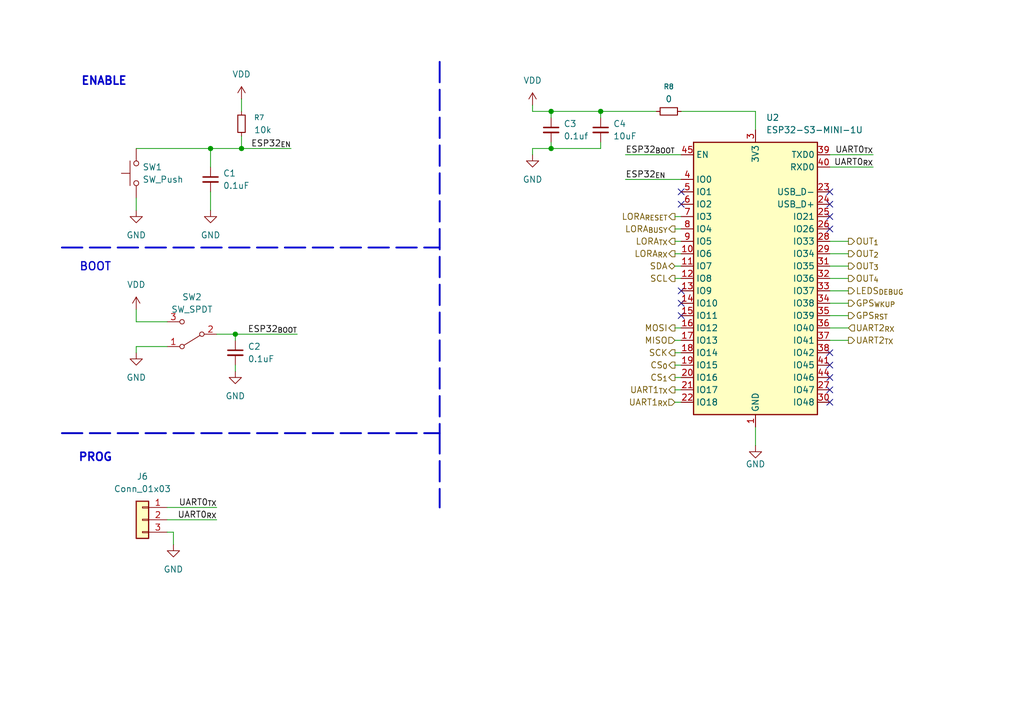
<source format=kicad_sch>
(kicad_sch (version 20250114) (generator "eeschema") (generator_version "9.0")
  (paper "A5")
  (lib_symbols
    (symbol "CompVuelo:SW_Push" (pin_numbers (hide yes)) (pin_names (offset 1.016) (hide yes))
      (property "Reference" "SW" (at 1.27 2.54 0))
      (property "Value" "SW_Push" (at 0 -1.524 0))
      (symbol "SW_Push_0_1"
        (circle (center -2.032 0) (radius 0.508))
        (polyline (pts (xy 0 1.27) (xy 0 3.048)))
        (circle (center 2.032 0) (radius 0.508))
        (polyline (pts (xy 2.54 1.27) (xy -2.54 1.27)))
        (pin passive line (at -5.08 0 0) (length 2.54) (name "1") (number "1"))
        (pin passive line (at 5.08 0 180) (length 2.54) (name "2") (number "2"))
      )
    )
    (symbol "CompVuelo:SW_SPDT"
      (property "Reference" "SW" (at 0 1.778 0))
      (property "Value" "SW_SPDT" (at 0 0 0))
      (symbol "SW_SPDT_0_1"
        (circle (center -2.032 -5.08) (radius 0.4572))
        (polyline (pts (xy -1.651 -4.826) (xy 1.651 -2.794)))
        (circle (center 2.032 -2.54) (radius 0.4572))
        (circle (center 2.032 -7.62) (radius 0.4572))
      )
      (symbol "SW_SPDT_1_1"
        (pin passive line (at -5.08 -5.08 0) (length 2.54) (name "") (number "2"))
        (pin passive line (at 5.08 -2.54 180) (length 2.54) (name "") (number "1"))
        (pin passive line (at 5.08 -7.62 180) (length 2.54) (name "") (number "3"))
      )
    )
    (symbol "Connector_Generic:Conn_01x03" (pin_names (offset 1.016) (hide yes))
      (property "Reference" "J" (at 0 5.08 0))
      (property "Value" "Conn_01x03" (at 0 -5.08 0))
      (symbol "Conn_01x03_1_1"
        (rectangle (start -1.27 3.81) (end 1.27 -3.81) (stroke (width 0.254)) (fill (type background)))
        (rectangle (start -1.27 2.667) (end 0 2.413) (stroke (width 0.1524)))
        (rectangle (start -1.27 0.127) (end 0 -0.127) (stroke (width 0.1524)))
        (rectangle (start -1.27 -2.413) (end 0 -2.667) (stroke (width 0.1524)))
        (pin passive line (at -5.08 2.54 0) (length 3.81) (name "Pin_1") (number "1"))
        (pin passive line (at -5.08 0 0) (length 3.81) (name "Pin_2") (number "2"))
        (pin passive line (at -5.08 -2.54 0) (length 3.81) (name "Pin_3") (number "3"))
      )
    )
    (symbol "Device:C_Small" (pin_numbers (hide yes)) (pin_names (offset 0.254) (hide yes))
      (property "Reference" "C" (at 0.254 1.778 0))
      (property "Value" "C_Small" (at 0.254 -2.032 0))
      (symbol "C_Small_0_1"
        (polyline (pts (xy -1.524 0.508) (xy 1.524 0.508)) (stroke (width 0.3048)))
        (polyline (pts (xy -1.524 -0.508) (xy 1.524 -0.508)) (stroke (width 0.3302)))
      )
      (symbol "C_Small_1_1"
        (pin passive line (at 0 2.54 270) (length 2.032) (name "~") (number "1"))
        (pin passive line (at 0 -2.54 90) (length 2.032) (name "~") (number "2"))
      )
    )
    (symbol "Device:R_Small" (pin_numbers (hide yes)) (pin_names (offset 0.254) (hide yes))
      (property "Reference" "R" (at 0 0 90))
      (property "Value" "R_Small" (at 1.778 0 90))
      (symbol "R_Small_0_1"
        (rectangle (start -0.762 1.778) (end 0.762 -1.778) (stroke (width 0.2032)))
      )
      (symbol "R_Small_1_1"
        (pin passive line (at 0 2.54 270) (length 0.762) (name "~") (number "1"))
        (pin passive line (at 0 -2.54 90) (length 0.762) (name "~") (number "2"))
      )
    )
    (symbol "RF_Module:ESP32-S3-MINI-1U"
      (property "Reference" "U" (at -11.43 29.21 0))
      (property "Value" "ESP32-S3-MINI-1U" (at 12.7 29.21 0))
      (symbol "ESP32-S3-MINI-1U_0_1"
        (rectangle (start -12.7 27.94) (end 12.7 -27.94) (stroke (width 0.254)) (fill (type background)))
      )
      (symbol "ESP32-S3-MINI-1U_1_1"
        (pin input line (at -15.24 25.4 0) (length 2.54) (name "EN") (number "45"))
        (pin bidirectional line (at -15.24 20.32 0) (length 2.54) (name "IO0") (number "4"))
        (pin bidirectional line (at -15.24 17.78 0) (length 2.54) (name "IO1") (number "5"))
        (pin bidirectional line (at -15.24 15.24 0) (length 2.54) (name "IO2") (number "6"))
        (pin bidirectional line (at -15.24 12.7 0) (length 2.54) (name "IO3") (number "7"))
        (pin bidirectional line (at -15.24 10.16 0) (length 2.54) (name "IO4") (number "8"))
        (pin bidirectional line (at -15.24 7.62 0) (length 2.54) (name "IO5") (number "9"))
        (pin bidirectional line (at -15.24 5.08 0) (length 2.54) (name "IO6") (number "10"))
        (pin bidirectional line (at -15.24 2.54 0) (length 2.54) (name "IO7") (number "11"))
        (pin bidirectional line (at -15.24 0 0) (length 2.54) (name "IO8") (number "12"))
        (pin bidirectional line (at -15.24 -2.54 0) (length 2.54) (name "IO9") (number "13"))
        (pin bidirectional line (at -15.24 -5.08 0) (length 2.54) (name "IO10") (number "14"))
        (pin bidirectional line (at -15.24 -7.62 0) (length 2.54) (name "IO11") (number "15"))
        (pin bidirectional line (at -15.24 -10.16 0) (length 2.54) (name "IO12") (number "16"))
        (pin bidirectional line (at -15.24 -12.7 0) (length 2.54) (name "IO13") (number "17"))
        (pin bidirectional line (at -15.24 -15.24 0) (length 2.54) (name "IO14") (number "18"))
        (pin bidirectional line (at -15.24 -17.78 0) (length 2.54) (name "IO15") (number "19"))
        (pin bidirectional line (at -15.24 -20.32 0) (length 2.54) (name "IO16") (number "20"))
        (pin bidirectional line (at -15.24 -22.86 0) (length 2.54) (name "IO17") (number "21"))
        (pin bidirectional line (at -15.24 -25.4 0) (length 2.54) (name "IO18") (number "22"))
        (pin power_in line (at 0 30.48 270) (length 2.54) (name "3V3") (number "3"))
        (pin power_in line (at 0 -30.48 90) (length 2.54) (name "GND") (number "1"))
        (pin passive line (at 0 -30.48 90) (length 2.54) (hide yes) (name "GND") (number "2"))
        (pin passive line (at 0 -30.48 90) (length 2.54) (hide yes) (name "GND") (number "42"))
        (pin passive line (at 0 -30.48 90) (length 2.54) (hide yes) (name "GND") (number "43"))
        (pin passive line (at 0 -30.48 90) (length 2.54) (hide yes) (name "GND") (number "46"))
        (pin passive line (at 0 -30.48 90) (length 2.54) (hide yes) (name "GND") (number "47"))
        (pin passive line (at 0 -30.48 90) (length 2.54) (hide yes) (name "GND") (number "48"))
        (pin passive line (at 0 -30.48 90) (length 2.54) (hide yes) (name "GND") (number "49"))
        (pin passive line (at 0 -30.48 90) (length 2.54) (hide yes) (name "GND") (number "50"))
        (pin passive line (at 0 -30.48 90) (length 2.54) (hide yes) (name "GND") (number "51"))
        (pin passive line (at 0 -30.48 90) (length 2.54) (hide yes) (name "GND") (number "52"))
        (pin passive line (at 0 -30.48 90) (length 2.54) (hide yes) (name "GND") (number "53"))
        (pin passive line (at 0 -30.48 90) (length 2.54) (hide yes) (name "GND") (number "54"))
        (pin passive line (at 0 -30.48 90) (length 2.54) (hide yes) (name "GND") (number "55"))
        (pin passive line (at 0 -30.48 90) (length 2.54) (hide yes) (name "GND") (number "56"))
        (pin passive line (at 0 -30.48 90) (length 2.54) (hide yes) (name "GND") (number "57"))
        (pin passive line (at 0 -30.48 90) (length 2.54) (hide yes) (name "GND") (number "58"))
        (pin passive line (at 0 -30.48 90) (length 2.54) (hide yes) (name "GND") (number "59"))
        (pin passive line (at 0 -30.48 90) (length 2.54) (hide yes) (name "GND") (number "60"))
        (pin passive line (at 0 -30.48 90) (length 2.54) (hide yes) (name "GND") (number "61"))
        (pin passive line (at 0 -30.48 90) (length 2.54) (hide yes) (name "GND") (number "62"))
        (pin passive line (at 0 -30.48 90) (length 2.54) (hide yes) (name "GND") (number "63"))
        (pin passive line (at 0 -30.48 90) (length 2.54) (hide yes) (name "GND") (number "64"))
        (pin passive line (at 0 -30.48 90) (length 2.54) (hide yes) (name "GND") (number "65"))
        (pin bidirectional line (at 15.24 25.4 180) (length 2.54) (name "TXD0") (number "39"))
        (pin bidirectional line (at 15.24 22.86 180) (length 2.54) (name "RXD0") (number "40"))
        (pin bidirectional line (at 15.24 17.78 180) (length 2.54) (name "USB_D-") (number "23"))
        (pin bidirectional line (at 15.24 15.24 180) (length 2.54) (name "USB_D+") (number "24"))
        (pin bidirectional line (at 15.24 12.7 180) (length 2.54) (name "IO21") (number "25"))
        (pin bidirectional line (at 15.24 10.16 180) (length 2.54) (name "IO26") (number "26"))
        (pin bidirectional line (at 15.24 7.62 180) (length 2.54) (name "IO33") (number "28"))
        (pin bidirectional line (at 15.24 5.08 180) (length 2.54) (name "IO34") (number "29"))
        (pin bidirectional line (at 15.24 2.54 180) (length 2.54) (name "IO35") (number "31"))
        (pin bidirectional line (at 15.24 0 180) (length 2.54) (name "IO36") (number "32"))
        (pin bidirectional line (at 15.24 -2.54 180) (length 2.54) (name "IO37") (number "33"))
        (pin bidirectional line (at 15.24 -5.08 180) (length 2.54) (name "IO38") (number "34"))
        (pin bidirectional line (at 15.24 -7.62 180) (length 2.54) (name "IO39") (number "35"))
        (pin bidirectional line (at 15.24 -10.16 180) (length 2.54) (name "IO40") (number "36"))
        (pin bidirectional line (at 15.24 -12.7 180) (length 2.54) (name "IO41") (number "37"))
        (pin bidirectional line (at 15.24 -15.24 180) (length 2.54) (name "IO42") (number "38"))
        (pin bidirectional line (at 15.24 -17.78 180) (length 2.54) (name "IO45") (number "41"))
        (pin bidirectional line (at 15.24 -20.32 180) (length 2.54) (name "IO46") (number "44"))
        (pin bidirectional line (at 15.24 -22.86 180) (length 2.54) (name "IO47") (number "27"))
        (pin bidirectional line (at 15.24 -25.4 180) (length 2.54) (name "IO48") (number "30"))
      )
    )
    (symbol "power:GND" (power) (pin_numbers (hide yes)) (pin_names (offset 0) (hide yes))
      (property "Value" "GND" (at 0 -3.81 0))
      (symbol "GND_0_1"
        (polyline (pts (xy 0 0) (xy 0 -1.27) (xy 1.27 -1.27) (xy 0 -2.54) (xy -1.27 -1.27) (xy 0 -1.27)))
      )
      (symbol "GND_1_1"
        (pin power_in line (at 0 0 270) (length 0) (name "~") (number "1"))
      )
    )
    (symbol "power:VDD" (power) (pin_numbers (hide yes)) (pin_names (offset 0) (hide yes))
      (property "Value" "VDD" (at 0 3.556 0))
      (symbol "VDD_0_1"
        (polyline (pts (xy -0.762 1.27) (xy 0 2.54)))
        (polyline (pts (xy 0 2.54) (xy 0.762 1.27)))
        (polyline (pts (xy 0 0) (xy 0 2.54)))
      )
      (symbol "VDD_1_1"
        (pin power_in line (at 0 0 90) (length 0) (name "~") (number "1"))
      )
    )
  )
  (text "ENABLE" (at 21.336 16.764 0) (effects (font (size 1.651 1.651) (thickness 0.3302) (bold yes))))
  (text "BOOT\n" (at 19.558 54.864 0) (effects (font (size 1.651 1.651) (thickness 0.254) (bold yes))))
  (text "PROG" (at 19.558 93.98 0) (effects (font (size 1.651 1.651) (thickness 0.3302) (bold yes))))
  (junction (at 113.03 22.86))
  (junction (at 123.19 22.86))
  (junction (at 43.18 30.48))
  (junction (at 113.03 30.48))
  (junction (at 49.53 30.48))
  (junction (at 48.26 68.58))
  (no_connect (at 170.18 39.37))
  (no_connect (at 170.18 46.99))
  (no_connect (at 170.18 72.39))
  (no_connect (at 170.18 41.91))
  (no_connect (at 139.7 62.23))
  (no_connect (at 139.7 64.77))
  (no_connect (at 170.18 82.55))
  (no_connect (at 139.7 39.37))
  (no_connect (at 170.18 80.01))
  (no_connect (at 170.18 44.45))
  (no_connect (at 139.7 41.91))
  (no_connect (at 139.7 59.69))
  (no_connect (at 170.18 77.47))
  (no_connect (at 170.18 74.93))
  (wire (pts (xy 138.43 74.93) (xy 139.7 74.93)))
  (wire (pts (xy 27.94 71.12) (xy 34.29 71.12)))
  (wire (pts (xy 113.03 30.48) (xy 123.19 30.48)))
  (wire (pts (xy 123.19 30.48) (xy 123.19 29.21)))
  (wire (pts (xy 138.43 49.53) (xy 139.7 49.53)))
  (wire (pts (xy 128.27 31.75) (xy 139.7 31.75)))
  (wire (pts (xy 34.29 106.68) (xy 44.45 106.68)))
  (wire (pts (xy 27.94 66.04) (xy 34.29 66.04)))
  (wire (pts (xy 48.26 68.58) (xy 60.96 68.58)))
  (wire (pts (xy 179.07 34.29) (xy 170.18 34.29)))
  (wire (pts (xy 49.53 30.48) (xy 59.69 30.48)))
  (wire (pts (xy 113.03 29.21) (xy 113.03 30.48)))
  (wire (pts (xy 138.43 77.47) (xy 139.7 77.47)))
  (wire (pts (xy 123.19 22.86) (xy 134.62 22.86)))
  (wire (pts (xy 43.18 30.48) (xy 43.18 34.29)))
  (wire (pts (xy 138.43 72.39) (xy 139.7 72.39)))
  (wire (pts (xy 154.94 22.86) (xy 154.94 26.67)))
  (wire (pts (xy 138.43 80.01) (xy 139.7 80.01)))
  (wire (pts (xy 173.99 67.31) (xy 170.18 67.31)))
  (wire (pts (xy 123.19 24.13) (xy 123.19 22.86)))
  (wire (pts (xy 173.99 49.53) (xy 170.18 49.53)))
  (wire (pts (xy 170.18 57.15) (xy 173.99 57.15)))
  (polyline (pts (xy 90.17 12.7) (xy 90.17 88.9)) (stroke (width 0.381) (type dash)))
  (wire (pts (xy 138.43 44.45) (xy 139.7 44.45)))
  (wire (pts (xy 109.22 30.48) (xy 113.03 30.48)))
  (wire (pts (xy 49.53 20.32) (xy 49.53 22.86)))
  (wire (pts (xy 154.94 91.44) (xy 154.94 87.63)))
  (wire (pts (xy 43.18 43.18) (xy 43.18 39.37)))
  (wire (pts (xy 109.22 31.75) (xy 109.22 30.48)))
  (polyline (pts (xy 90.17 88.9) (xy 90.17 104.14)) (stroke (width 0.381) (type dash)))
  (wire (pts (xy 138.43 52.07) (xy 139.7 52.07)))
  (wire (pts (xy 173.99 69.85) (xy 170.18 69.85)))
  (wire (pts (xy 35.56 109.22) (xy 34.29 109.22)))
  (wire (pts (xy 113.03 24.13) (xy 113.03 22.86)))
  (wire (pts (xy 109.22 21.59) (xy 109.22 22.86)))
  (wire (pts (xy 138.43 46.99) (xy 139.7 46.99)))
  (wire (pts (xy 138.43 82.55) (xy 139.7 82.55)))
  (wire (pts (xy 48.26 76.2) (xy 48.26 74.93)))
  (wire (pts (xy 138.43 67.31) (xy 139.7 67.31)))
  (wire (pts (xy 113.03 22.86) (xy 123.19 22.86)))
  (wire (pts (xy 109.22 22.86) (xy 113.03 22.86)))
  (wire (pts (xy 138.43 69.85) (xy 139.7 69.85)))
  (wire (pts (xy 48.26 69.85) (xy 48.26 68.58)))
  (wire (pts (xy 128.27 36.83) (xy 139.7 36.83)))
  (wire (pts (xy 34.29 104.14) (xy 44.45 104.14)))
  (wire (pts (xy 27.94 30.48) (xy 43.18 30.48)))
  (wire (pts (xy 138.43 57.15) (xy 139.7 57.15)))
  (wire (pts (xy 27.94 72.39) (xy 27.94 71.12)))
  (wire (pts (xy 43.18 30.48) (xy 49.53 30.48)))
  (wire (pts (xy 179.07 31.75) (xy 170.18 31.75)))
  (wire (pts (xy 49.53 30.48) (xy 49.53 27.94)))
  (wire (pts (xy 170.18 54.61) (xy 173.99 54.61)))
  (wire (pts (xy 139.7 22.86) (xy 154.94 22.86)))
  (polyline (pts (xy 12.7 88.9) (xy 90.17 88.9)) (stroke (width 0.381) (type dash)))
  (wire (pts (xy 173.99 52.07) (xy 170.18 52.07)))
  (wire (pts (xy 27.94 43.18) (xy 27.94 40.64)))
  (wire (pts (xy 27.94 63.5) (xy 27.94 66.04)))
  (wire (pts (xy 138.43 54.61) (xy 139.7 54.61)))
  (wire (pts (xy 173.99 59.69) (xy 170.18 59.69)))
  (wire (pts (xy 35.56 111.76) (xy 35.56 109.22)))
  (wire (pts (xy 173.99 62.23) (xy 170.18 62.23)))
  (wire (pts (xy 48.26 68.58) (xy 44.45 68.58)))
  (polyline (pts (xy 12.7 50.8) (xy 90.17 50.8)) (stroke (width 0.381) (type dash)))
  (wire (pts (xy 173.99 64.77) (xy 170.18 64.77)))
  (label "ESP32_{BOOT}" (at 60.96 68.58 180))
  (label "ESP32_{EN}" (at 59.69 30.48 180))
  (label "UART0_{TX}" (at 44.45 104.14 180))
  (label "ESP32_{EN}" (at 128.27 36.83 0))
  (label "UART0_{TX}" (at 179.07 31.75 180))
  (label "UART0_{RX}" (at 44.45 106.68 180))
  (label "UART0_{RX}" (at 179.07 34.29 180))
  (label "ESP32_{BOOT}" (at 128.27 31.75 0))
  (hierarchical_label "UART1_{RX}" (shape input) (at 138.43 82.55 180))
  (hierarchical_label "CS_{0}" (shape output) (at 138.43 74.93 180))
  (hierarchical_label "LORA_{RX}" (shape output) (at 138.43 52.07 180))
  (hierarchical_label "LEDS_{DEBUG}" (shape output) (at 173.99 59.69 0))
  (hierarchical_label "SCL" (shape output) (at 138.43 57.15 180))
  (hierarchical_label "LORA_{BUSY}" (shape output) (at 138.43 46.99 180))
  (hierarchical_label "LORA_{RESET}" (shape output) (at 138.43 44.45 180))
  (hierarchical_label "UART2_{RX}" (shape input) (at 173.99 67.31 0))
  (hierarchical_label "MISO" (shape input) (at 138.43 69.85 180))
  (hierarchical_label "OUT_{2}" (shape output) (at 173.99 52.07 0))
  (hierarchical_label "OUT_{4}" (shape output) (at 173.99 57.15 0))
  (hierarchical_label "OUT_{3}" (shape output) (at 173.99 54.61 0))
  (hierarchical_label "GPS_{RST}" (shape output) (at 173.99 64.77 0))
  (hierarchical_label "UART1_{TX}" (shape output) (at 138.43 80.01 180))
  (hierarchical_label "UART2_{TX}" (shape output) (at 173.99 69.85 0))
  (hierarchical_label "GPS_{WKUP}" (shape output) (at 173.99 62.23 0))
  (hierarchical_label "OUT_{1}" (shape output) (at 173.99 49.53 0))
  (hierarchical_label "SDA" (shape bidirectional) (at 138.43 54.61 180))
  (hierarchical_label "SCK" (shape output) (at 138.43 72.39 180))
  (hierarchical_label "MOSI" (shape output) (at 138.43 67.31 180))
  (hierarchical_label "CS_{1}" (shape output) (at 138.43 77.47 180))
  (hierarchical_label "LORA_{TX}" (shape output) (at 138.43 49.53 180))
  (symbol (lib_id "Device:R_Small") (at 49.53 25.4 0) (unit 1)
    (property "Reference" "R7" (at 52.07 24.1299 0) (effects (font (size 1.016 1.016)) (justify left)))
    (property "Value" "10k" (at 52.07 26.6699 0) (effects (justify left)))
    (property "Footprint" "Resistor_SMD:R_0805_2012Metric_Pad1.20x1.40mm_HandSolder" (effects (hide yes)))
    (property "Description" "Resistor, small symbol" (effects (hide yes)))
  )
  (symbol (lib_id "power:VDD") (at 27.94 63.5 0) (unit 1)
    (property "Reference" "#PWR024" (effects (hide yes)))
    (property "Value" "VDD" (at 27.94 58.42 0))
    (property "Description" "Power symbol creates a global label with name \"VDD\"" (effects (hide yes)))
  )
  (symbol (lib_id "power:GND") (at 109.22 31.75 0) (unit 1)
    (property "Reference" "#PWR031" (effects (hide yes)))
    (property "Value" "GND" (at 109.22 36.83 0))
    (property "Description" "Power symbol creates a global label with name \"GND\" , ground" (effects (hide yes)))
  )
  (symbol (lib_id "power:GND") (at 35.56 111.76 0) (unit 1)
    (property "Reference" "#PWR026" (effects (hide yes)))
    (property "Value" "GND" (at 35.56 116.84 0))
    (property "Description" "Power symbol creates a global label with name \"GND\" , ground" (effects (hide yes)))
  )
  (symbol (lib_id "Device:C_Small") (at 113.03 26.67 0) (unit 1)
    (property "Reference" "C3" (at 115.57 25.4062 0) (effects (justify left)))
    (property "Value" "0.1uf" (at 115.57 27.9462 0) (effects (justify left)))
    (property "Footprint" "Capacitor_SMD:C_0805_2012Metric_Pad1.18x1.45mm_HandSolder" (effects (hide yes)))
    (property "Description" "Unpolarized capacitor, small symbol" (effects (hide yes)))
  )
  (symbol (lib_id "Device:C_Small") (at 43.18 36.83 0) (unit 1)
    (property "Reference" "C1" (at 45.72 35.5662 0) (effects (justify left)))
    (property "Value" "0.1uF" (at 45.72 38.1062 0) (effects (justify left)))
    (property "Footprint" "Capacitor_SMD:C_0805_2012Metric_Pad1.18x1.45mm_HandSolder" (effects (hide yes)))
    (property "Description" "Unpolarized capacitor, small symbol" (effects (hide yes)))
  )
  (symbol (lib_id "Device:R_Small") (at 137.16 22.86 90) (unit 1)
    (property "Reference" "R8" (at 137.16 17.78 90) (effects (font (size 1.016 1.016))))
    (property "Value" "0" (at 137.16 20.32 90))
    (property "Footprint" "Resistor_SMD:R_0805_2012Metric_Pad1.20x1.40mm_HandSolder" (effects (hide yes)))
    (property "Description" "Resistor, small symbol" (effects (hide yes)))
  )
  (symbol (lib_id "CompVuelo:SW_SPDT") (at 39.37 73.66 180) (unit 1)
    (property "Reference" "SW2" (at 39.37 60.96 0))
    (property "Value" "SW_SPDT" (at 39.37 63.5 0))
    (property "Footprint" "Button_Switch_SMD:SW_SPDT_Shouhan_MSK12C02" (effects (hide yes)))
    (property "Datasheet" "https://www.lcsc.com/datasheet/C19189120.pdf" (effects (hide yes)))
  )
  (symbol (lib_id "power:GND") (at 43.18 43.18 0) (unit 1)
    (property "Reference" "#PWR027" (effects (hide yes)))
    (property "Value" "GND" (at 43.18 48.26 0))
    (property "Description" "Power symbol creates a global label with name \"GND\" , ground" (effects (hide yes)))
  )
  (symbol (lib_id "power:GND") (at 154.94 91.44 0) (unit 1)
    (property "Reference" "#PWR032" (effects (hide yes)))
    (property "Value" "GND" (at 154.94 95.25 0))
    (property "Description" "Power symbol creates a global label with name \"GND\" , ground" (effects (hide yes)))
  )
  (symbol (lib_id "RF_Module:ESP32-S3-MINI-1U") (at 154.94 57.15 0) (unit 1)
    (property "Reference" "U2" (at 157.0833 24.13 0) (effects (justify left)))
    (property "Value" "ESP32-S3-MINI-1U" (at 157.0833 26.67 0) (effects (justify left)))
    (property "Footprint" "RF_Module:ESP32-S2-MINI-1U" (effects (hide yes)))
    (property "Datasheet" "https://www.espressif.com/sites/default/files/documentation/esp32-s3-mini-1_mini-1u_datasheet_en.pdf" (effects (hide yes)))
    (property "Description" "RF Module, ESP32-S3 SoC, Wi-Fi 802.11b/g/n, Bluetooth, BLE, 32-bit, 3.3V, SMD, external antenna" (effects (hide yes)))
  )
  (symbol (lib_id "Device:C_Small") (at 48.26 72.39 0) (unit 1)
    (property "Reference" "C2" (at 50.8 71.1262 0) (effects (justify left)))
    (property "Value" "0.1uF" (at 50.8 73.6662 0) (effects (justify left)))
    (property "Footprint" "Capacitor_SMD:C_0805_2012Metric_Pad1.18x1.45mm_HandSolder" (effects (hide yes)))
    (property "Description" "Unpolarized capacitor, small symbol" (effects (hide yes)))
  )
  (symbol (lib_id "power:GND") (at 27.94 43.18 0) (unit 1)
    (property "Reference" "#PWR023" (effects (hide yes)))
    (property "Value" "GND" (at 27.94 48.26 0))
    (property "Description" "Power symbol creates a global label with name \"GND\" , ground" (effects (hide yes)))
  )
  (symbol (lib_id "CompVuelo:SW_Push") (at 27.94 35.56 90) (unit 1)
    (property "Reference" "SW1" (at 29.21 34.2899 90) (effects (justify right)))
    (property "Value" "SW_Push" (at 29.21 36.8299 90) (effects (justify right)))
    (property "Footprint" "CompVuelo:SW_Push" (effects (hide yes)))
    (property "Description" "Push button switch, generic, two pins" (effects (hide yes)))
  )
  (symbol (lib_id "Connector_Generic:Conn_01x03") (at 29.21 106.68 0) (mirror y) (unit 1)
    (property "Reference" "J6" (at 29.21 97.79 0))
    (property "Value" "Conn_01x03" (at 29.21 100.33 0))
    (property "Footprint" "Connector_PinHeader_2.54mm:PinHeader_1x03_P2.54mm_Vertical" (effects (hide yes)))
    (property "Description" "Generic connector, single row, 01x03, script generated (kicad-library-utils/schlib/autogen/connector/)" (effects (hide yes)))
  )
  (symbol (lib_id "power:GND") (at 27.94 72.39 0) (unit 1)
    (property "Reference" "#PWR025" (effects (hide yes)))
    (property "Value" "GND" (at 27.94 77.47 0))
    (property "Description" "Power symbol creates a global label with name \"GND\" , ground" (effects (hide yes)))
  )
  (symbol (lib_id "power:VDD") (at 109.22 21.59 0) (unit 1)
    (property "Reference" "#PWR030" (effects (hide yes)))
    (property "Value" "VDD" (at 109.22 16.51 0))
    (property "Description" "Power symbol creates a global label with name \"VDD\"" (effects (hide yes)))
  )
  (symbol (lib_id "power:VDD") (at 49.53 20.32 0) (unit 1)
    (property "Reference" "#PWR029" (effects (hide yes)))
    (property "Value" "VDD" (at 49.53 15.24 0))
    (property "Description" "Power symbol creates a global label with name \"VDD\"" (effects (hide yes)))
  )
  (symbol (lib_id "Device:C_Small") (at 123.19 26.67 0) (unit 1)
    (property "Reference" "C4" (at 125.73 25.4062 0) (effects (justify left)))
    (property "Value" "10uF" (at 125.73 27.9462 0) (effects (justify left)))
    (property "Footprint" "Capacitor_SMD:C_0805_2012Metric_Pad1.18x1.45mm_HandSolder" (effects (hide yes)))
    (property "Description" "Unpolarized capacitor, small symbol" (effects (hide yes)))
  )
  (symbol (lib_id "power:GND") (at 48.26 76.2 0) (unit 1)
    (property "Reference" "#PWR028" (effects (hide yes)))
    (property "Value" "GND" (at 48.26 81.28 0))
    (property "Description" "Power symbol creates a global label with name \"GND\" , ground" (effects (hide yes)))
  )
)
</source>
